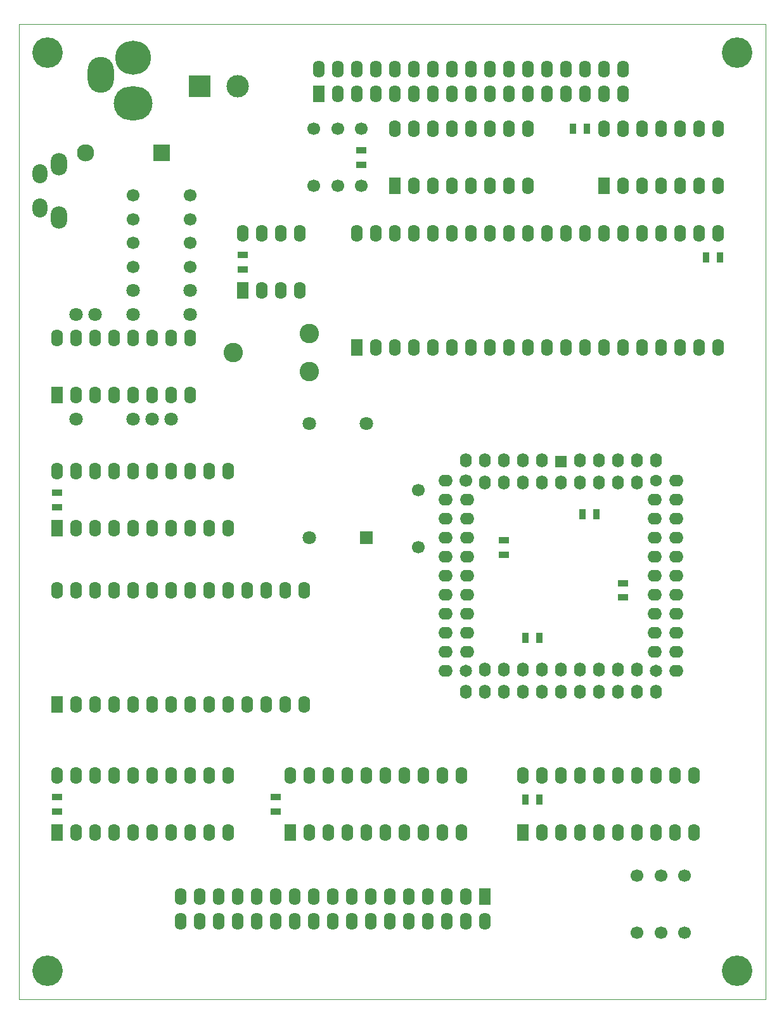
<source format=gbs>
G04 (created by PCBNEW (2013-07-07 BZR 4022)-stable) date 19/03/2022 16:52:54*
%MOIN*%
G04 Gerber Fmt 3.4, Leading zero omitted, Abs format*
%FSLAX34Y34*%
G01*
G70*
G90*
G04 APERTURE LIST*
%ADD10C,0.00590551*%
%ADD11C,0.00393701*%
%ADD12O,0.189X0.177165*%
%ADD13O,0.204724X0.177165*%
%ADD14O,0.137795X0.189*%
%ADD15O,0.0866142X0.11811*%
%ADD16O,0.0787402X0.1*%
%ADD17R,0.0629921X0.0905512*%
%ADD18O,0.0629921X0.0905512*%
%ADD19C,0.0669291*%
%ADD20C,0.0708661*%
%ADD21R,0.0629921X0.0629921*%
%ADD22O,0.0629921X0.0748031*%
%ADD23O,0.0748031X0.0629921*%
%ADD24C,0.0649606*%
%ADD25C,0.0629921*%
%ADD26R,0.062X0.09*%
%ADD27O,0.062X0.09*%
%ADD28R,0.0708661X0.0708661*%
%ADD29R,0.035X0.055*%
%ADD30R,0.055X0.035*%
%ADD31C,0.0905512*%
%ADD32R,0.0905512X0.0905512*%
%ADD33C,0.102362*%
%ADD34R,0.11811X0.11811*%
%ADD35C,0.11811*%
%ADD36C,0.16*%
G04 APERTURE END LIST*
G54D10*
G54D11*
X-9000Y65200D02*
X-9000Y13950D01*
X30250Y65200D02*
X-9000Y65200D01*
X30250Y13950D02*
X30250Y65200D01*
X-9000Y13950D02*
X30250Y13950D01*
G54D12*
X-3000Y63450D03*
G54D13*
X-3000Y61050D03*
G54D14*
X-4700Y62550D03*
G54D15*
X-6900Y55050D03*
G54D16*
X-7900Y55550D03*
X-7900Y57350D03*
G54D15*
X-6900Y57850D03*
G54D17*
X15500Y19357D03*
G54D18*
X15500Y18042D03*
X14500Y19357D03*
X14500Y18042D03*
X13500Y19357D03*
X13500Y18042D03*
X12500Y19357D03*
X12500Y18042D03*
X11500Y19357D03*
X11500Y18042D03*
X10500Y19357D03*
X10500Y18042D03*
X9500Y19357D03*
X9500Y18042D03*
X8500Y19357D03*
X8500Y18042D03*
X7500Y19357D03*
X7500Y18042D03*
X6500Y19357D03*
X6500Y18042D03*
X5500Y19357D03*
X5500Y18042D03*
X4500Y19357D03*
X4500Y18042D03*
X3500Y19357D03*
X3500Y18042D03*
X2500Y19357D03*
X2500Y18042D03*
X1500Y19357D03*
X1500Y18042D03*
X500Y19357D03*
X500Y18042D03*
X-500Y19357D03*
X-500Y18042D03*
G54D17*
X6750Y61542D03*
G54D18*
X6750Y62857D03*
X7750Y61542D03*
X7750Y62857D03*
X8750Y61542D03*
X8750Y62857D03*
X9750Y61542D03*
X9750Y62857D03*
X10750Y61542D03*
X10750Y62857D03*
X11750Y61542D03*
X11750Y62857D03*
X12750Y61542D03*
X12750Y62857D03*
X13750Y61542D03*
X13750Y62857D03*
X14750Y61542D03*
X14750Y62857D03*
X15750Y61542D03*
X15750Y62857D03*
X16750Y61542D03*
X16750Y62857D03*
X17750Y61542D03*
X17750Y62857D03*
X18750Y61542D03*
X18750Y62857D03*
X19750Y61542D03*
X19750Y62857D03*
X20750Y61542D03*
X20750Y62857D03*
X21750Y61542D03*
X21750Y62857D03*
X22750Y61542D03*
X22750Y62857D03*
G54D19*
X9000Y56700D03*
X9000Y59700D03*
G54D20*
X0Y49950D03*
X-3000Y49950D03*
X-6000Y44450D03*
X-3000Y44450D03*
X0Y51200D03*
X-3000Y51200D03*
G54D19*
X-3000Y52450D03*
X0Y52450D03*
X-3000Y54950D03*
X0Y54950D03*
X-3000Y53700D03*
X0Y53700D03*
X-3000Y56200D03*
X0Y56200D03*
G54D21*
X19500Y42200D03*
G54D22*
X19500Y41121D03*
X18500Y42278D03*
X18500Y41121D03*
X17500Y42278D03*
X17500Y41121D03*
X16500Y42278D03*
X16500Y41121D03*
X15500Y42278D03*
X15500Y41121D03*
X14500Y42278D03*
G54D23*
X13421Y41200D03*
G54D19*
X14500Y41200D03*
G54D23*
X13421Y40200D03*
X14578Y40200D03*
X13421Y39200D03*
X14578Y39200D03*
X13421Y38200D03*
X14578Y38200D03*
X13421Y37200D03*
X14578Y37200D03*
X13421Y36200D03*
X14578Y36200D03*
X13421Y35200D03*
X14578Y35200D03*
X13421Y34200D03*
X14578Y34200D03*
X13421Y33200D03*
X14578Y33200D03*
X13421Y32200D03*
X14578Y32200D03*
X13421Y31200D03*
G54D22*
X14500Y30121D03*
G54D24*
X14500Y31200D03*
G54D22*
X15500Y30121D03*
X15500Y31278D03*
X16500Y30121D03*
X16500Y31278D03*
X17500Y30121D03*
X17500Y31278D03*
X18500Y30121D03*
X18500Y31278D03*
X19500Y30121D03*
X19500Y31278D03*
X20500Y30121D03*
X20500Y31278D03*
X21500Y30121D03*
X21500Y31278D03*
X22500Y30121D03*
X22500Y31278D03*
X23500Y30121D03*
X23500Y31278D03*
X24500Y30121D03*
G54D23*
X25578Y31200D03*
G54D24*
X24500Y31200D03*
G54D23*
X25578Y32200D03*
X24421Y32200D03*
X25578Y33200D03*
X24421Y33200D03*
X25578Y34200D03*
X24421Y34200D03*
X25578Y35200D03*
X24421Y35200D03*
X25578Y36200D03*
X24421Y36200D03*
X25578Y37200D03*
X24421Y37200D03*
X25578Y38200D03*
X24421Y38200D03*
X25578Y39200D03*
X24421Y39200D03*
X25578Y40200D03*
X24421Y40200D03*
X25578Y41200D03*
G54D22*
X24500Y42278D03*
G54D25*
X24500Y41200D03*
G54D22*
X23500Y42278D03*
X23500Y41121D03*
X22500Y42278D03*
X22500Y41121D03*
X21500Y42278D03*
X21500Y41121D03*
X20500Y42278D03*
X20500Y41121D03*
G54D26*
X2750Y51200D03*
G54D27*
X3750Y51200D03*
X4750Y51200D03*
X5750Y51200D03*
X5750Y54200D03*
X4750Y54200D03*
X3750Y54200D03*
X2750Y54200D03*
G54D26*
X8750Y48200D03*
G54D27*
X9750Y48200D03*
X10750Y48200D03*
X11750Y48200D03*
X12750Y48200D03*
X13750Y48200D03*
X14750Y48200D03*
X15750Y48200D03*
X16750Y48200D03*
X17750Y48200D03*
X18750Y48200D03*
X19750Y48200D03*
X20750Y48200D03*
X21750Y48200D03*
X22750Y48200D03*
X23750Y48200D03*
X24750Y48200D03*
X25750Y48200D03*
X26750Y48200D03*
X27750Y48200D03*
X27750Y54200D03*
X26750Y54200D03*
X25750Y54200D03*
X24750Y54200D03*
X23750Y54200D03*
X22750Y54200D03*
X21750Y54200D03*
X20750Y54200D03*
X19750Y54200D03*
X18750Y54200D03*
X17750Y54200D03*
X16750Y54200D03*
X15750Y54200D03*
X14750Y54200D03*
X13750Y54200D03*
X12750Y54200D03*
X11750Y54200D03*
X10750Y54200D03*
X9750Y54200D03*
X8750Y54200D03*
G54D26*
X-7000Y29450D03*
G54D27*
X-6000Y29450D03*
X-5000Y29450D03*
X-4000Y29450D03*
X-3000Y29450D03*
X-2000Y29450D03*
X-1000Y29450D03*
X0Y29450D03*
X1000Y29450D03*
X2000Y29450D03*
X3000Y29450D03*
X4000Y29450D03*
X5000Y29450D03*
X6000Y29450D03*
X6000Y35450D03*
X5000Y35450D03*
X4000Y35450D03*
X3000Y35450D03*
X2000Y35450D03*
X1000Y35450D03*
X0Y35450D03*
X-1000Y35450D03*
X-2000Y35450D03*
X-3000Y35450D03*
X-4000Y35450D03*
X-5000Y35450D03*
X-6000Y35450D03*
X-7000Y35450D03*
G54D26*
X17500Y22700D03*
G54D27*
X18500Y22700D03*
X19500Y22700D03*
X20500Y22700D03*
X21500Y22700D03*
X22500Y22700D03*
X23500Y22700D03*
X24500Y22700D03*
X25500Y22700D03*
X26500Y22700D03*
X26500Y25700D03*
X25500Y25700D03*
X24500Y25700D03*
X23500Y25700D03*
X22500Y25700D03*
X21500Y25700D03*
X20500Y25700D03*
X19500Y25700D03*
X18500Y25700D03*
X17500Y25700D03*
G54D26*
X-7000Y22700D03*
G54D27*
X-6000Y22700D03*
X-5000Y22700D03*
X-4000Y22700D03*
X-3000Y22700D03*
X-2000Y22700D03*
X-1000Y22700D03*
X0Y22700D03*
X1000Y22700D03*
X2000Y22700D03*
X2000Y25700D03*
X1000Y25700D03*
X0Y25700D03*
X-1000Y25700D03*
X-2000Y25700D03*
X-3000Y25700D03*
X-4000Y25700D03*
X-5000Y25700D03*
X-6000Y25700D03*
X-7000Y25700D03*
G54D26*
X5250Y22700D03*
G54D27*
X6250Y22700D03*
X7250Y22700D03*
X8250Y22700D03*
X9250Y22700D03*
X10250Y22700D03*
X11250Y22700D03*
X12250Y22700D03*
X13250Y22700D03*
X14250Y22700D03*
X14250Y25700D03*
X13250Y25700D03*
X12250Y25700D03*
X11250Y25700D03*
X10250Y25700D03*
X9250Y25700D03*
X8250Y25700D03*
X7250Y25700D03*
X6250Y25700D03*
X5250Y25700D03*
G54D26*
X-7000Y38700D03*
G54D27*
X-6000Y38700D03*
X-5000Y38700D03*
X-4000Y38700D03*
X-3000Y38700D03*
X-2000Y38700D03*
X-1000Y38700D03*
X0Y38700D03*
X1000Y38700D03*
X2000Y38700D03*
X2000Y41700D03*
X1000Y41700D03*
X0Y41700D03*
X-1000Y41700D03*
X-2000Y41700D03*
X-3000Y41700D03*
X-4000Y41700D03*
X-5000Y41700D03*
X-6000Y41700D03*
X-7000Y41700D03*
G54D26*
X10750Y56700D03*
G54D27*
X11750Y56700D03*
X12750Y56700D03*
X13750Y56700D03*
X14750Y56700D03*
X15750Y56700D03*
X16750Y56700D03*
X17750Y56700D03*
X17750Y59700D03*
X16750Y59700D03*
X15750Y59700D03*
X14750Y59700D03*
X13750Y59700D03*
X12750Y59700D03*
X11750Y59700D03*
X10750Y59700D03*
G54D26*
X-7000Y45700D03*
G54D27*
X-6000Y45700D03*
X-5000Y45700D03*
X-4000Y45700D03*
X-3000Y45700D03*
X-2000Y45700D03*
X-1000Y45700D03*
X0Y45700D03*
X0Y48700D03*
X-1000Y48700D03*
X-2000Y48700D03*
X-3000Y48700D03*
X-4000Y48700D03*
X-5000Y48700D03*
X-6000Y48700D03*
X-7000Y48700D03*
G54D26*
X21750Y56700D03*
G54D27*
X22750Y56700D03*
X23750Y56700D03*
X24750Y56700D03*
X25750Y56700D03*
X26750Y56700D03*
X27750Y56700D03*
X27750Y59700D03*
X26750Y59700D03*
X25750Y59700D03*
X24750Y59700D03*
X23750Y59700D03*
X22750Y59700D03*
X21750Y59700D03*
G54D20*
X-1000Y44450D03*
X-2000Y44450D03*
X-6000Y49950D03*
X-5000Y49950D03*
G54D28*
X9250Y38200D03*
G54D20*
X6250Y38200D03*
X6250Y44200D03*
X9250Y44200D03*
G54D19*
X7750Y56700D03*
X7750Y59700D03*
G54D29*
X27125Y52950D03*
X27875Y52950D03*
X17625Y32950D03*
X18375Y32950D03*
G54D30*
X16500Y37325D03*
X16500Y38075D03*
X22750Y35825D03*
X22750Y35075D03*
G54D29*
X20625Y39450D03*
X21375Y39450D03*
G54D31*
X-5500Y58450D03*
G54D32*
X-1500Y58450D03*
G54D30*
X4500Y24575D03*
X4500Y23825D03*
X-7000Y24575D03*
X-7000Y23825D03*
X2750Y53075D03*
X2750Y52325D03*
X-7000Y40575D03*
X-7000Y39825D03*
G54D33*
X6250Y46950D03*
X2250Y47950D03*
X6250Y48950D03*
G54D34*
X500Y61950D03*
G54D35*
X2500Y61950D03*
G54D36*
X-7500Y63700D03*
X28750Y63700D03*
X28750Y15450D03*
X-7500Y15450D03*
G54D19*
X24750Y17450D03*
X24750Y20450D03*
X26000Y17450D03*
X26000Y20450D03*
X23500Y20450D03*
X23500Y17450D03*
G54D30*
X9000Y58575D03*
X9000Y57825D03*
G54D29*
X20875Y59700D03*
X20125Y59700D03*
X17625Y24450D03*
X18375Y24450D03*
G54D19*
X12000Y37700D03*
X12000Y40700D03*
X6500Y59700D03*
X6500Y56700D03*
M02*

</source>
